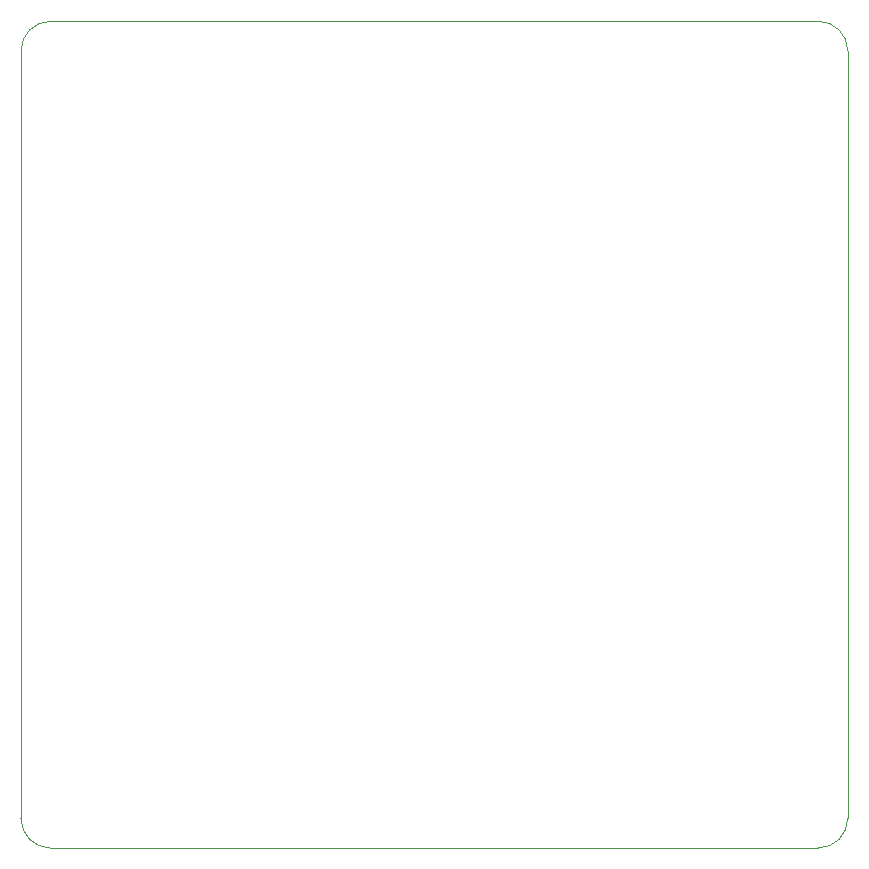
<source format=gbr>
%TF.GenerationSoftware,KiCad,Pcbnew,8.0.4*%
%TF.CreationDate,2024-08-28T23:49:55-07:00*%
%TF.ProjectId,Modubot,4d6f6475-626f-4742-9e6b-696361645f70,rev?*%
%TF.SameCoordinates,Original*%
%TF.FileFunction,Profile,NP*%
%FSLAX46Y46*%
G04 Gerber Fmt 4.6, Leading zero omitted, Abs format (unit mm)*
G04 Created by KiCad (PCBNEW 8.0.4) date 2024-08-28 23:49:55*
%MOMM*%
%LPD*%
G01*
G04 APERTURE LIST*
%TA.AperFunction,Profile*%
%ADD10C,0.050000*%
%TD*%
G04 APERTURE END LIST*
D10*
X178360000Y-71420000D02*
G75*
G02*
X180860000Y-73920000I0J-2500000D01*
G01*
X180860000Y-73920000D02*
X180860000Y-138920000D01*
X113360000Y-141420000D02*
G75*
G02*
X110860000Y-138920000I0J2500000D01*
G01*
X113360000Y-71420000D02*
X178360000Y-71420000D01*
X178360000Y-141420000D02*
X113360000Y-141420000D01*
X110860000Y-138920000D02*
X110860000Y-73920000D01*
X110860000Y-73920000D02*
G75*
G02*
X113360000Y-71420000I2500000J0D01*
G01*
X180860000Y-138920000D02*
G75*
G02*
X178360000Y-141420000I-2500000J0D01*
G01*
M02*

</source>
